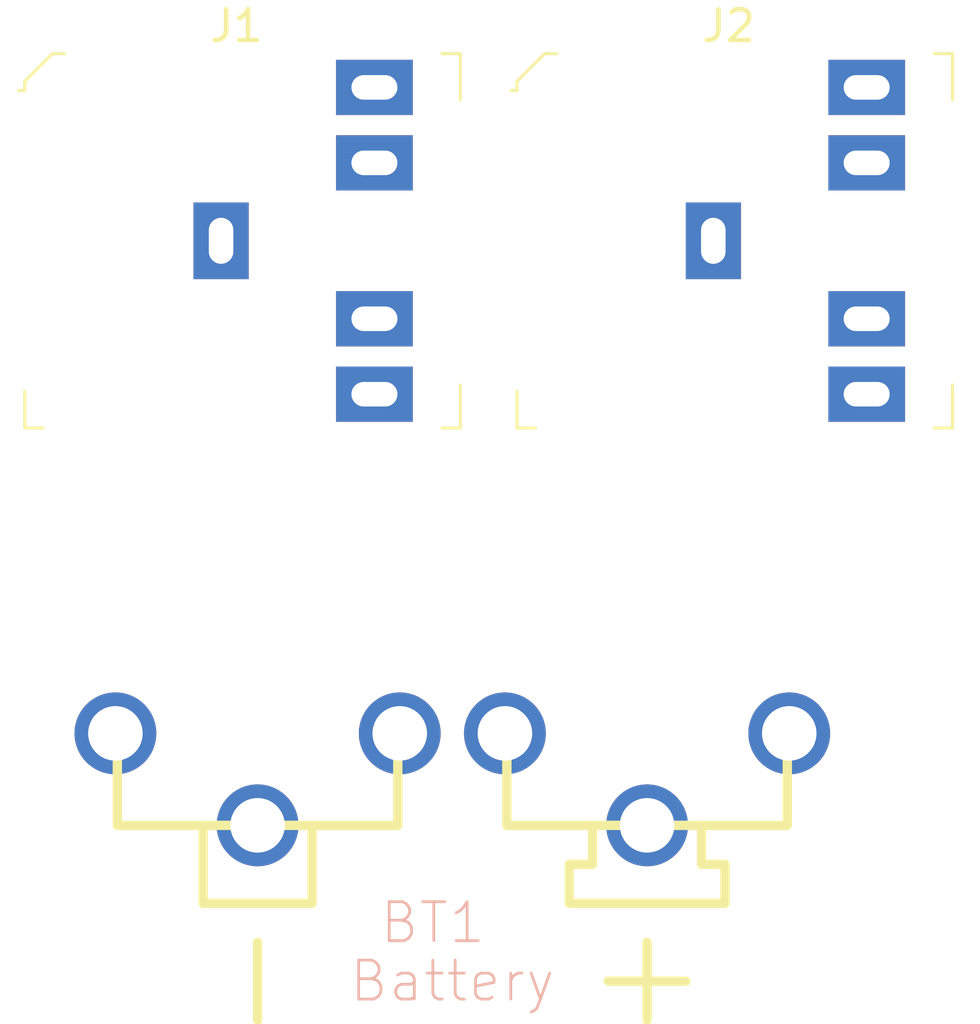
<source format=kicad_pcb>
(kicad_pcb (version 20171130) (host pcbnew 5.1.5-52549c5~84~ubuntu18.04.1)

  (general
    (thickness 1.6)
    (drawings 0)
    (tracks 0)
    (zones 0)
    (modules 3)
    (nets 1)
  )

  (page A4)
  (layers
    (0 F.Cu signal)
    (31 B.Cu signal)
    (32 B.Adhes user)
    (33 F.Adhes user)
    (34 B.Paste user)
    (35 F.Paste user)
    (36 B.SilkS user)
    (37 F.SilkS user)
    (38 B.Mask user)
    (39 F.Mask user)
    (40 Dwgs.User user)
    (41 Cmts.User user)
    (42 Eco1.User user)
    (43 Eco2.User user)
    (44 Edge.Cuts user)
    (45 Margin user)
    (46 B.CrtYd user)
    (47 F.CrtYd user)
    (48 B.Fab user)
    (49 F.Fab user)
  )

  (setup
    (last_trace_width 0.25)
    (trace_clearance 0.2)
    (zone_clearance 0.508)
    (zone_45_only no)
    (trace_min 0.2)
    (via_size 0.8)
    (via_drill 0.4)
    (via_min_size 0.4)
    (via_min_drill 0.3)
    (uvia_size 0.3)
    (uvia_drill 0.1)
    (uvias_allowed no)
    (uvia_min_size 0.2)
    (uvia_min_drill 0.1)
    (edge_width 0.05)
    (segment_width 0.2)
    (pcb_text_width 0.3)
    (pcb_text_size 1.5 1.5)
    (mod_edge_width 0.12)
    (mod_text_size 1 1)
    (mod_text_width 0.15)
    (pad_size 1.524 1.524)
    (pad_drill 0.762)
    (pad_to_mask_clearance 0.051)
    (solder_mask_min_width 0.25)
    (aux_axis_origin 0 0)
    (visible_elements FFFFFF7F)
    (pcbplotparams
      (layerselection 0x010fc_ffffffff)
      (usegerberextensions false)
      (usegerberattributes false)
      (usegerberadvancedattributes false)
      (creategerberjobfile false)
      (excludeedgelayer true)
      (linewidth 0.100000)
      (plotframeref false)
      (viasonmask false)
      (mode 1)
      (useauxorigin false)
      (hpglpennumber 1)
      (hpglpenspeed 20)
      (hpglpendiameter 15.000000)
      (psnegative false)
      (psa4output false)
      (plotreference true)
      (plotvalue true)
      (plotinvisibletext false)
      (padsonsilk false)
      (subtractmaskfromsilk false)
      (outputformat 1)
      (mirror false)
      (drillshape 1)
      (scaleselection 1)
      (outputdirectory ""))
  )

  (net 0 "")

  (net_class Default "This is the default net class."
    (clearance 0.2)
    (trace_width 0.25)
    (via_dia 0.8)
    (via_drill 0.4)
    (uvia_dia 0.3)
    (uvia_drill 0.1)
  )

  (module digikey:Headphone_Jack_3.5mm_SJ1-3525N (layer F.Cu) (tedit 5E739C54) (tstamp 5E73CA2A)
    (at 158.29 102.87)
    (descr http://www.cui.com/product/resource/sj1-352xn-series.pdf)
    (path /5E738801)
    (fp_text reference J2 (at -4.5 -7) (layer F.SilkS)
      (effects (font (size 1 1) (thickness 0.15)))
    )
    (fp_text value AudioJack3_SwitchTR (at -4.25 7.5) (layer F.Fab)
      (effects (font (size 1 1) (thickness 0.15)))
    )
    (fp_line (start -11.3 6) (end 2.7 6) (layer F.Fab) (width 0.1))
    (fp_line (start 2.7 -6) (end 2.7 6) (layer F.Fab) (width 0.1))
    (fp_text user %R (at -8.25 0) (layer F.Fab)
      (effects (font (size 1 1) (thickness 0.15)))
    )
    (fp_line (start -11.3 -5.1) (end -10.4 -6) (layer F.Fab) (width 0.1))
    (fp_line (start -10.4 -6) (end 2.7 -6) (layer F.Fab) (width 0.1))
    (fp_line (start -11.3 -5.1) (end -11.3 6) (layer F.Fab) (width 0.1))
    (fp_line (start -11.4 -4.9) (end -11.6 -4.9) (layer F.SilkS) (width 0.1))
    (fp_line (start -11.4 -5.2) (end -11.4 -4.9) (layer F.SilkS) (width 0.1))
    (fp_line (start -10.5 -6.1) (end -11.4 -5.2) (layer F.SilkS) (width 0.1))
    (fp_line (start -10.1 -6.1) (end -10.5 -6.1) (layer F.SilkS) (width 0.1))
    (fp_line (start 2.8 -6.1) (end 2.8 -4.6) (layer F.SilkS) (width 0.1))
    (fp_line (start 2.2 -6.1) (end 2.8 -6.1) (layer F.SilkS) (width 0.1))
    (fp_line (start 2.8 6.1) (end 2.8 4.7) (layer F.SilkS) (width 0.1))
    (fp_line (start 2.2 6.1) (end 2.8 6.1) (layer F.SilkS) (width 0.1))
    (fp_line (start -11.4 6.1) (end -11.4 4.9) (layer F.SilkS) (width 0.1))
    (fp_line (start -10.8 6.1) (end -11.4 6.1) (layer F.SilkS) (width 0.1))
    (fp_line (start -11.75 6.25) (end 3.25 6.25) (layer F.CrtYd) (width 0.05))
    (fp_line (start -11.75 -6.25) (end -11.75 6.25) (layer F.CrtYd) (width 0.05))
    (fp_line (start 3.25 -6.25) (end 3.25 6.25) (layer F.CrtYd) (width 0.05))
    (fp_line (start -11.75 -6.25) (end 3.25 -6.25) (layer F.CrtYd) (width 0.05))
    (pad 5 thru_hole rect (at 0 -2.54) (size 2.5 1.8) (drill oval 1.5 0.8) (layers *.Cu *.Mask))
    (pad 4 thru_hole rect (at 0 2.54) (size 2.5 1.8) (drill oval 1.5 0.8) (layers *.Cu *.Mask))
    (pad "" np_thru_hole circle (at -7.5 5) (size 1.2 1.2) (drill 1.2) (layers *.Cu *.Mask))
    (pad "" np_thru_hole circle (at -5 5) (size 1.2 1.2) (drill 1.2) (layers *.Cu *.Mask))
    (pad "" np_thru_hole circle (at -7.5 -5) (size 1.2 1.2) (drill 1.2) (layers *.Cu *.Mask))
    (pad "" np_thru_hole circle (at -5 -5) (size 1.2 1.2) (drill 1.2) (layers *.Cu *.Mask))
    (pad "" np_thru_hole circle (at 0 0) (size 1.2 1.2) (drill 1.2) (layers *.Cu *.Mask))
    (pad 1 thru_hole rect (at -5 0) (size 1.8 2.5) (drill oval 0.8 1.5) (layers *.Cu *.Mask))
    (pad 2 thru_hole rect (at 0 5) (size 2.5 1.8) (drill oval 1.5 0.8) (layers *.Cu *.Mask))
    (pad 3 thru_hole rect (at 0 -5) (size 2.5 1.8) (drill oval 1.5 0.8) (layers *.Cu *.Mask))
  )

  (module digikey:Headphone_Jack_3.5mm_SJ1-3525N (layer F.Cu) (tedit 5E739C54) (tstamp 5E73CA08)
    (at 142.24 102.87)
    (descr http://www.cui.com/product/resource/sj1-352xn-series.pdf)
    (path /5E7361A5)
    (fp_text reference J1 (at -4.5 -7) (layer F.SilkS)
      (effects (font (size 1 1) (thickness 0.15)))
    )
    (fp_text value AudioJack3_SwitchTR (at -4.25 7.5) (layer F.Fab)
      (effects (font (size 1 1) (thickness 0.15)))
    )
    (fp_line (start -11.3 6) (end 2.7 6) (layer F.Fab) (width 0.1))
    (fp_line (start 2.7 -6) (end 2.7 6) (layer F.Fab) (width 0.1))
    (fp_text user %R (at -8.25 0) (layer F.Fab)
      (effects (font (size 1 1) (thickness 0.15)))
    )
    (fp_line (start -11.3 -5.1) (end -10.4 -6) (layer F.Fab) (width 0.1))
    (fp_line (start -10.4 -6) (end 2.7 -6) (layer F.Fab) (width 0.1))
    (fp_line (start -11.3 -5.1) (end -11.3 6) (layer F.Fab) (width 0.1))
    (fp_line (start -11.4 -4.9) (end -11.6 -4.9) (layer F.SilkS) (width 0.1))
    (fp_line (start -11.4 -5.2) (end -11.4 -4.9) (layer F.SilkS) (width 0.1))
    (fp_line (start -10.5 -6.1) (end -11.4 -5.2) (layer F.SilkS) (width 0.1))
    (fp_line (start -10.1 -6.1) (end -10.5 -6.1) (layer F.SilkS) (width 0.1))
    (fp_line (start 2.8 -6.1) (end 2.8 -4.6) (layer F.SilkS) (width 0.1))
    (fp_line (start 2.2 -6.1) (end 2.8 -6.1) (layer F.SilkS) (width 0.1))
    (fp_line (start 2.8 6.1) (end 2.8 4.7) (layer F.SilkS) (width 0.1))
    (fp_line (start 2.2 6.1) (end 2.8 6.1) (layer F.SilkS) (width 0.1))
    (fp_line (start -11.4 6.1) (end -11.4 4.9) (layer F.SilkS) (width 0.1))
    (fp_line (start -10.8 6.1) (end -11.4 6.1) (layer F.SilkS) (width 0.1))
    (fp_line (start -11.75 6.25) (end 3.25 6.25) (layer F.CrtYd) (width 0.05))
    (fp_line (start -11.75 -6.25) (end -11.75 6.25) (layer F.CrtYd) (width 0.05))
    (fp_line (start 3.25 -6.25) (end 3.25 6.25) (layer F.CrtYd) (width 0.05))
    (fp_line (start -11.75 -6.25) (end 3.25 -6.25) (layer F.CrtYd) (width 0.05))
    (pad 5 thru_hole rect (at 0 -2.54) (size 2.5 1.8) (drill oval 1.5 0.8) (layers *.Cu *.Mask))
    (pad 4 thru_hole rect (at 0 2.54) (size 2.5 1.8) (drill oval 1.5 0.8) (layers *.Cu *.Mask))
    (pad "" np_thru_hole circle (at -7.5 5) (size 1.2 1.2) (drill 1.2) (layers *.Cu *.Mask))
    (pad "" np_thru_hole circle (at -5 5) (size 1.2 1.2) (drill 1.2) (layers *.Cu *.Mask))
    (pad "" np_thru_hole circle (at -7.5 -5) (size 1.2 1.2) (drill 1.2) (layers *.Cu *.Mask))
    (pad "" np_thru_hole circle (at -5 -5) (size 1.2 1.2) (drill 1.2) (layers *.Cu *.Mask))
    (pad "" np_thru_hole circle (at 0 0) (size 1.2 1.2) (drill 1.2) (layers *.Cu *.Mask))
    (pad 1 thru_hole rect (at -5 0) (size 1.8 2.5) (drill oval 0.8 1.5) (layers *.Cu *.Mask))
    (pad 2 thru_hole rect (at 0 5) (size 2.5 1.8) (drill oval 1.5 0.8) (layers *.Cu *.Mask))
    (pad 3 thru_hole rect (at 0 -5) (size 2.5 1.8) (drill oval 1.5 0.8) (layers *.Cu *.Mask))
    (model ${KIPRJMOD}/parts/3d/CUI_DEVICES_SJ1-3525N.step
      (offset (xyz -11.5 0 2.5))
      (scale (xyz 1 1 1))
      (rotate (xyz 0 0 180))
    )
  )

  (module lib:xess-KEYSTONE-593+594 (layer F.Cu) (tedit 200000) (tstamp 5E73B5F5)
    (at 144.78 121.92 270)
    (path /5E73A1C3)
    (attr virtual)
    (fp_text reference BT1 (at 3.175 0.635) (layer B.SilkS)
      (effects (font (size 1.27 1.27) (thickness 0.0889)))
    )
    (fp_text value Battery (at 5.08 0) (layer B.SilkS)
      (effects (font (size 1.27 1.27) (thickness 0.0889)))
    )
    (fp_line (start 2.54 8.128) (end 0 8.128) (layer F.SilkS) (width 0.3048))
    (fp_line (start 2.54 4.572) (end 2.54 8.128) (layer F.SilkS) (width 0.3048))
    (fp_line (start 0 4.572) (end 2.54 4.572) (layer F.SilkS) (width 0.3048))
    (fp_line (start 1.27 -4.572) (end 0 -4.572) (layer F.SilkS) (width 0.3048))
    (fp_line (start 1.27 -3.81) (end 1.27 -4.572) (layer F.SilkS) (width 0.3048))
    (fp_line (start 2.54 -3.81) (end 1.27 -3.81) (layer F.SilkS) (width 0.3048))
    (fp_line (start 2.54 -8.89) (end 2.54 -3.81) (layer F.SilkS) (width 0.3048))
    (fp_line (start 1.27 -8.89) (end 2.54 -8.89) (layer F.SilkS) (width 0.3048))
    (fp_line (start 1.27 -8.128) (end 1.27 -8.89) (layer F.SilkS) (width 0.3048))
    (fp_line (start 0 -8.128) (end 1.27 -8.128) (layer F.SilkS) (width 0.3048))
    (fp_line (start 3.81 6.35) (end 6.35 6.35) (layer F.SilkS) (width 0.3048))
    (fp_line (start 5.08 -7.62) (end 5.08 -5.08) (layer F.SilkS) (width 0.3048))
    (fp_line (start 3.81 -6.35) (end 6.35 -6.35) (layer F.SilkS) (width 0.3048))
    (fp_line (start 0 10.922) (end -3.048 10.922) (layer F.SilkS) (width 0.3048))
    (fp_line (start 0 8.128) (end 0 10.922) (layer F.SilkS) (width 0.3048))
    (fp_line (start 0 4.572) (end 0 8.128) (layer F.SilkS) (width 0.3048))
    (fp_line (start 0 1.778) (end 0 4.572) (layer F.SilkS) (width 0.3048))
    (fp_line (start -3.048 1.778) (end 0 1.778) (layer F.SilkS) (width 0.3048))
    (fp_line (start 0 -1.778) (end -3.048 -1.778) (layer F.SilkS) (width 0.3048))
    (fp_line (start 0 -4.572) (end 0 -1.778) (layer F.SilkS) (width 0.3048))
    (fp_line (start 0 -8.128) (end 0 -4.572) (layer F.SilkS) (width 0.3048))
    (fp_line (start 0 -10.922) (end 0 -8.128) (layer F.SilkS) (width 0.3048))
    (fp_line (start -3.048 -10.922) (end 0 -10.922) (layer F.SilkS) (width 0.3048))
    (pad 6 thru_hole circle (at -2.9972 10.9855 270) (size 2.667 2.667) (drill 1.778) (layers F&B.Cu *.Mask))
    (pad 5 thru_hole circle (at -2.9972 1.7145 270) (size 2.667 2.667) (drill 1.778) (layers F&B.Cu *.Mask))
    (pad 4 thru_hole circle (at -2.9972 -10.9855 270) (size 2.667 2.667) (drill 1.778) (layers F&B.Cu *.Mask))
    (pad 3 thru_hole circle (at -2.9972 -1.7145 270) (size 2.667 2.667) (drill 1.778) (layers F&B.Cu *.Mask))
    (pad - thru_hole circle (at 0 6.35 270) (size 2.667 2.667) (drill 1.778) (layers F&B.Cu *.Mask))
    (pad + thru_hole circle (at 0 -6.35 270) (size 2.667 2.667) (drill 1.778) (layers F&B.Cu *.Mask))
  )

)

</source>
